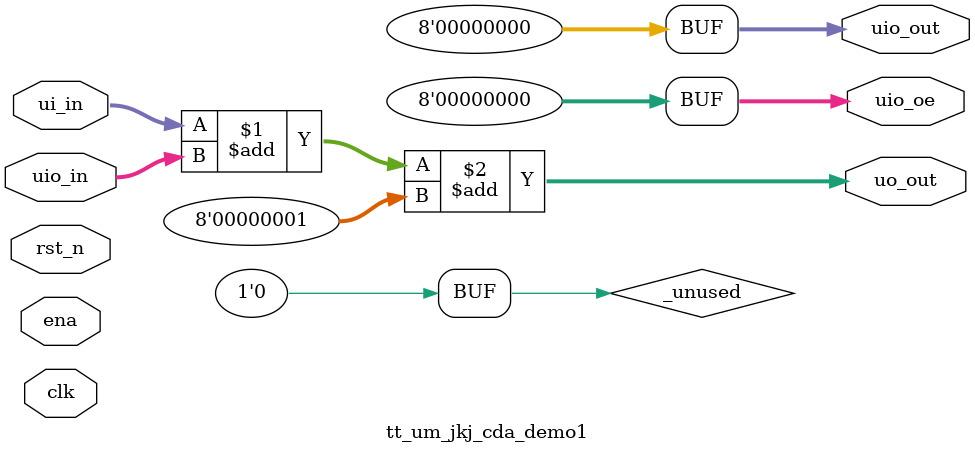
<source format=v>
/*
 * Copyright (c) 2024 Your Name
 * SPDX-License-Identifier: Apache-2.0
 */

`default_nettype none

module tt_um_jkj_cda_demo1 (
    input  wire [7:0] ui_in,    // Dedicated inputs
    output wire [7:0] uo_out,   // Dedicated outputs
    input  wire [7:0] uio_in,   // IOs: Input path
    output wire [7:0] uio_out,  // IOs: Output path
    output wire [7:0] uio_oe,   // IOs: Enable path (active high: 0=input, 1=output)
    input  wire       ena,      // always 1 when the design is powered, so you can ignore it
    input  wire       clk,      // clock
    input  wire       rst_n     // reset_n - low to reset
);

  // All output pins must be assigned. If not used, assign to 0.
  assign uo_out  = ui_in + uio_in + 8'b00000001 ;  // Example: ou_out is the sum of ui_in and uio_in
  assign uio_out = 0;
  assign uio_oe  = 0;

  // List all unused inputs to prevent warnings
  wire _unused = &{ena, clk, rst_n, 1'b0};

endmodule

</source>
